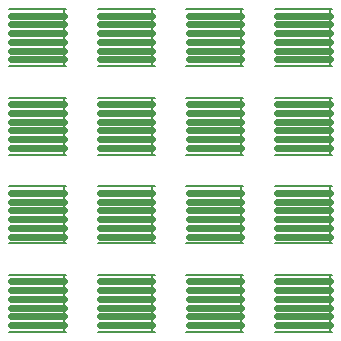
<source format=gbr>
%TF.GenerationSoftware,KiCad,Pcbnew,8.0.8*%
%TF.CreationDate,2025-07-28T08:21:31+12:00*%
%TF.ProjectId,esf8grid,65736638-6772-4696-942e-6b696361645f,rev?*%
%TF.SameCoordinates,Original*%
%TF.FileFunction,Copper,L2,Inr*%
%TF.FilePolarity,Positive*%
%FSLAX46Y46*%
G04 Gerber Fmt 4.6, Leading zero omitted, Abs format (unit mm)*
G04 Created by KiCad (PCBNEW 8.0.8) date 2025-07-28 08:21:31*
%MOMM*%
%LPD*%
G01*
G04 APERTURE LIST*
%TA.AperFunction,Conductor*%
%ADD10C,0.555555*%
%TD*%
%TA.AperFunction,Conductor*%
%ADD11C,0.185185*%
%TD*%
%TA.AperFunction,Conductor*%
%ADD12C,0.200000*%
%TD*%
G04 APERTURE END LIST*
D10*
%TO.N,*%
X133123155Y-72968519D02*
X137567600Y-72968519D01*
X118123155Y-72968519D02*
X122567600Y-72968519D01*
D11*
X110437970Y-62690741D02*
X115252785Y-62690741D01*
D10*
X110623155Y-51209260D02*
X115067600Y-51209260D01*
X110623155Y-72227778D02*
X115067600Y-72227778D01*
D12*
X122567600Y-67505556D02*
X122567600Y-62690741D01*
D10*
X118123155Y-51950000D02*
X122567600Y-51950000D01*
X133123155Y-65468519D02*
X137567600Y-65468519D01*
X110623155Y-70746297D02*
X115067600Y-70746297D01*
X110623155Y-65468519D02*
X115067600Y-65468519D01*
D12*
X115067600Y-52505556D02*
X115067600Y-47690741D01*
D10*
X110623155Y-71487037D02*
X115067600Y-71487037D01*
X125623155Y-63987037D02*
X130067600Y-63987037D01*
X118123155Y-74450000D02*
X122567600Y-74450000D01*
X133123155Y-57968519D02*
X137567600Y-57968519D01*
X133123155Y-63246297D02*
X137567600Y-63246297D01*
D11*
X125437970Y-52505556D02*
X130252785Y-52505556D01*
D10*
X133123155Y-48987037D02*
X137567600Y-48987037D01*
D12*
X137567600Y-75005556D02*
X137567600Y-70190741D01*
D10*
X110623155Y-51209260D02*
X115067600Y-51209260D01*
X133123155Y-72227778D02*
X137567600Y-72227778D01*
X125623155Y-49727778D02*
X130067600Y-49727778D01*
X118123155Y-49727778D02*
X122567600Y-49727778D01*
D11*
X125437970Y-67505556D02*
X130252785Y-67505556D01*
D10*
X133123155Y-49727778D02*
X137567600Y-49727778D01*
X125623155Y-71487037D02*
X130067600Y-71487037D01*
D11*
X110437970Y-70190741D02*
X115252785Y-70190741D01*
D10*
X125623155Y-48987037D02*
X130067600Y-48987037D01*
X118123155Y-66950000D02*
X122567600Y-66950000D01*
X133123155Y-63987037D02*
X137567600Y-63987037D01*
X118123155Y-57227778D02*
X122567600Y-57227778D01*
X133123155Y-51950000D02*
X137567600Y-51950000D01*
D11*
X117937970Y-60005556D02*
X122752785Y-60005556D01*
D12*
X122567600Y-60005556D02*
X122567600Y-55190741D01*
D10*
X133123155Y-51209260D02*
X137567600Y-51209260D01*
X118123155Y-72968519D02*
X122567600Y-72968519D01*
X110623155Y-58709260D02*
X115067600Y-58709260D01*
D12*
X115067600Y-60005556D02*
X115067600Y-55190741D01*
D11*
X110437970Y-52505556D02*
X115252785Y-52505556D01*
D12*
X130067600Y-60005556D02*
X130067600Y-55190741D01*
D10*
X118123155Y-55746297D02*
X122567600Y-55746297D01*
X110623155Y-55746297D02*
X115067600Y-55746297D01*
X133123155Y-64727778D02*
X137567600Y-64727778D01*
D11*
X117937970Y-47690741D02*
X122752785Y-47690741D01*
X132937970Y-70190741D02*
X137752785Y-70190741D01*
D10*
X110623155Y-72227778D02*
X115067600Y-72227778D01*
D11*
X117937970Y-47690741D02*
X122752785Y-47690741D01*
D10*
X110623155Y-63246297D02*
X115067600Y-63246297D01*
D11*
X117937970Y-52505556D02*
X122752785Y-52505556D01*
D10*
X118123155Y-66209260D02*
X122567600Y-66209260D01*
X118123155Y-74450000D02*
X122567600Y-74450000D01*
X118123155Y-55746297D02*
X122567600Y-55746297D01*
X133123155Y-49727778D02*
X137567600Y-49727778D01*
X125623155Y-59450000D02*
X130067600Y-59450000D01*
D12*
X137567600Y-75005556D02*
X137567600Y-70190741D01*
D11*
X132937970Y-60005556D02*
X137752785Y-60005556D01*
D10*
X133123155Y-48246297D02*
X137567600Y-48246297D01*
X118123155Y-50468519D02*
X122567600Y-50468519D01*
X125623155Y-59450000D02*
X130067600Y-59450000D01*
X125623155Y-63987037D02*
X130067600Y-63987037D01*
X110623155Y-64727778D02*
X115067600Y-64727778D01*
X133123155Y-64727778D02*
X137567600Y-64727778D01*
X125623155Y-72968519D02*
X130067600Y-72968519D01*
D11*
X132937970Y-52505556D02*
X137752785Y-52505556D01*
X110437970Y-67505556D02*
X115252785Y-67505556D01*
D12*
X122567600Y-60005556D02*
X122567600Y-55190741D01*
D10*
X125623155Y-72227778D02*
X130067600Y-72227778D01*
X118123155Y-63987037D02*
X122567600Y-63987037D01*
X125623155Y-63246297D02*
X130067600Y-63246297D01*
X125623155Y-72968519D02*
X130067600Y-72968519D01*
X133123155Y-59450000D02*
X137567600Y-59450000D01*
X125623155Y-65468519D02*
X130067600Y-65468519D01*
D12*
X130067600Y-75005556D02*
X130067600Y-70190741D01*
D10*
X125623155Y-49727778D02*
X130067600Y-49727778D01*
X125623155Y-70746297D02*
X130067600Y-70746297D01*
X133123155Y-57227778D02*
X137567600Y-57227778D01*
X125623155Y-66209260D02*
X130067600Y-66209260D01*
D12*
X130067600Y-52505556D02*
X130067600Y-47690741D01*
D11*
X125437970Y-47690741D02*
X130252785Y-47690741D01*
D10*
X118123155Y-58709260D02*
X122567600Y-58709260D01*
X133123155Y-48987037D02*
X137567600Y-48987037D01*
X133123155Y-48987037D02*
X137567600Y-48987037D01*
X110623155Y-57227778D02*
X115067600Y-57227778D01*
X118123155Y-51209260D02*
X122567600Y-51209260D01*
D11*
X125437970Y-62690741D02*
X130252785Y-62690741D01*
X125437970Y-70190741D02*
X130252785Y-70190741D01*
D10*
X125623155Y-55746297D02*
X130067600Y-55746297D01*
X118123155Y-48246297D02*
X122567600Y-48246297D01*
X125623155Y-57227778D02*
X130067600Y-57227778D01*
D11*
X132937970Y-70190741D02*
X137752785Y-70190741D01*
D10*
X125623155Y-48987037D02*
X130067600Y-48987037D01*
X133123155Y-72227778D02*
X137567600Y-72227778D01*
D11*
X117937970Y-52505556D02*
X122752785Y-52505556D01*
D10*
X133123155Y-65468519D02*
X137567600Y-65468519D01*
D11*
X110437970Y-55190741D02*
X115252785Y-55190741D01*
D10*
X118123155Y-72968519D02*
X122567600Y-72968519D01*
X133123155Y-63987037D02*
X137567600Y-63987037D01*
X133123155Y-58709260D02*
X137567600Y-58709260D01*
X118123155Y-51950000D02*
X122567600Y-51950000D01*
X110623155Y-66209260D02*
X115067600Y-66209260D01*
D11*
X117937970Y-70190741D02*
X122752785Y-70190741D01*
X125437970Y-47690741D02*
X130252785Y-47690741D01*
D10*
X133123155Y-58709260D02*
X137567600Y-58709260D01*
X125623155Y-64727778D02*
X130067600Y-64727778D01*
X110623155Y-72227778D02*
X115067600Y-72227778D01*
D12*
X122567600Y-60005556D02*
X122567600Y-55190741D01*
D11*
X125437970Y-67505556D02*
X130252785Y-67505556D01*
D10*
X133123155Y-57968519D02*
X137567600Y-57968519D01*
X110623155Y-56487037D02*
X115067600Y-56487037D01*
D12*
X137567600Y-60005556D02*
X137567600Y-55190741D01*
X130067600Y-60005556D02*
X130067600Y-55190741D01*
D10*
X125623155Y-56487037D02*
X130067600Y-56487037D01*
X133123155Y-71487037D02*
X137567600Y-71487037D01*
X110623155Y-50468519D02*
X115067600Y-50468519D01*
D12*
X115067600Y-67505556D02*
X115067600Y-62690741D01*
D11*
X125437970Y-55190741D02*
X130252785Y-55190741D01*
D10*
X110623155Y-51950000D02*
X115067600Y-51950000D01*
D12*
X130067600Y-52505556D02*
X130067600Y-47690741D01*
D10*
X125623155Y-66209260D02*
X130067600Y-66209260D01*
D11*
X110437970Y-75005556D02*
X115252785Y-75005556D01*
D10*
X118123155Y-72227778D02*
X122567600Y-72227778D01*
D11*
X110437970Y-60005556D02*
X115252785Y-60005556D01*
D10*
X118123155Y-65468519D02*
X122567600Y-65468519D01*
X118123155Y-48987037D02*
X122567600Y-48987037D01*
D12*
X137567600Y-67505556D02*
X137567600Y-62690741D01*
X115067600Y-60005556D02*
X115067600Y-55190741D01*
D11*
X117937970Y-55190741D02*
X122752785Y-55190741D01*
D10*
X133123155Y-63246297D02*
X137567600Y-63246297D01*
X118123155Y-74450000D02*
X122567600Y-74450000D01*
D12*
X115067600Y-60005556D02*
X115067600Y-55190741D01*
D10*
X110623155Y-63987037D02*
X115067600Y-63987037D01*
X125623155Y-48987037D02*
X130067600Y-48987037D01*
D11*
X125437970Y-67505556D02*
X130252785Y-67505556D01*
D10*
X133123155Y-50468519D02*
X137567600Y-50468519D01*
D11*
X110437970Y-75005556D02*
X115252785Y-75005556D01*
D10*
X110623155Y-58709260D02*
X115067600Y-58709260D01*
X125623155Y-50468519D02*
X130067600Y-50468519D01*
D11*
X117937970Y-67505556D02*
X122752785Y-67505556D01*
D10*
X125623155Y-73709260D02*
X130067600Y-73709260D01*
D11*
X132937970Y-62690741D02*
X137752785Y-62690741D01*
D10*
X133123155Y-65468519D02*
X137567600Y-65468519D01*
X118123155Y-51209260D02*
X122567600Y-51209260D01*
D11*
X125437970Y-62690741D02*
X130252785Y-62690741D01*
D10*
X110623155Y-58709260D02*
X115067600Y-58709260D01*
X110623155Y-70746297D02*
X115067600Y-70746297D01*
X118123155Y-66209260D02*
X122567600Y-66209260D01*
X118123155Y-73709260D02*
X122567600Y-73709260D01*
X118123155Y-66950000D02*
X122567600Y-66950000D01*
X125623155Y-51209260D02*
X130067600Y-51209260D01*
X118123155Y-66950000D02*
X122567600Y-66950000D01*
X110623155Y-49727778D02*
X115067600Y-49727778D01*
X133123155Y-74450000D02*
X137567600Y-74450000D01*
X118123155Y-59450000D02*
X122567600Y-59450000D01*
X118123155Y-58709260D02*
X122567600Y-58709260D01*
D11*
X117937970Y-60005556D02*
X122752785Y-60005556D01*
D10*
X133123155Y-59450000D02*
X137567600Y-59450000D01*
X133123155Y-55746297D02*
X137567600Y-55746297D01*
X133123155Y-57968519D02*
X137567600Y-57968519D01*
D12*
X130067600Y-67505556D02*
X130067600Y-62690741D01*
D10*
X110623155Y-66209260D02*
X115067600Y-66209260D01*
X118123155Y-50468519D02*
X122567600Y-50468519D01*
D11*
X132937970Y-47690741D02*
X137752785Y-47690741D01*
D10*
X110623155Y-51950000D02*
X115067600Y-51950000D01*
X110623155Y-50468519D02*
X115067600Y-50468519D01*
X125623155Y-72968519D02*
X130067600Y-72968519D01*
X110623155Y-66950000D02*
X115067600Y-66950000D01*
D11*
X110437970Y-52505556D02*
X115252785Y-52505556D01*
D10*
X110623155Y-59450000D02*
X115067600Y-59450000D01*
X110623155Y-73709260D02*
X115067600Y-73709260D01*
X125623155Y-50468519D02*
X130067600Y-50468519D01*
X125623155Y-51950000D02*
X130067600Y-51950000D01*
X125623155Y-51209260D02*
X130067600Y-51209260D01*
X110623155Y-63987037D02*
X115067600Y-63987037D01*
X110623155Y-48246297D02*
X115067600Y-48246297D01*
X118123155Y-63246297D02*
X122567600Y-63246297D01*
X133123155Y-51209260D02*
X137567600Y-51209260D01*
X133123155Y-73709260D02*
X137567600Y-73709260D01*
D11*
X125437970Y-62690741D02*
X130252785Y-62690741D01*
X117937970Y-55190741D02*
X122752785Y-55190741D01*
D10*
X125623155Y-57968519D02*
X130067600Y-57968519D01*
D12*
X115067600Y-67505556D02*
X115067600Y-62690741D01*
D10*
X125623155Y-48246297D02*
X130067600Y-48246297D01*
X110623155Y-65468519D02*
X115067600Y-65468519D01*
X110623155Y-72968519D02*
X115067600Y-72968519D01*
D11*
X132937970Y-67505556D02*
X137752785Y-67505556D01*
D10*
X125623155Y-73709260D02*
X130067600Y-73709260D01*
D11*
X125437970Y-52505556D02*
X130252785Y-52505556D01*
D12*
X137567600Y-60005556D02*
X137567600Y-55190741D01*
D10*
X110623155Y-49727778D02*
X115067600Y-49727778D01*
X125623155Y-72227778D02*
X130067600Y-72227778D01*
X118123155Y-63246297D02*
X122567600Y-63246297D01*
X118123155Y-57968519D02*
X122567600Y-57968519D01*
D11*
X117937970Y-60005556D02*
X122752785Y-60005556D01*
D10*
X110623155Y-71487037D02*
X115067600Y-71487037D01*
X110623155Y-59450000D02*
X115067600Y-59450000D01*
X118123155Y-57968519D02*
X122567600Y-57968519D01*
D11*
X125437970Y-60005556D02*
X130252785Y-60005556D01*
D10*
X133123155Y-70746297D02*
X137567600Y-70746297D01*
X125623155Y-56487037D02*
X130067600Y-56487037D01*
X110623155Y-56487037D02*
X115067600Y-56487037D01*
X133123155Y-66950000D02*
X137567600Y-66950000D01*
D11*
X132937970Y-67505556D02*
X137752785Y-67505556D01*
X132937970Y-75005556D02*
X137752785Y-75005556D01*
D12*
X122567600Y-52505556D02*
X122567600Y-47690741D01*
D10*
X125623155Y-74450000D02*
X130067600Y-74450000D01*
X110623155Y-66950000D02*
X115067600Y-66950000D01*
X118123155Y-71487037D02*
X122567600Y-71487037D01*
X133123155Y-72227778D02*
X137567600Y-72227778D01*
X133123155Y-70746297D02*
X137567600Y-70746297D01*
X133123155Y-66950000D02*
X137567600Y-66950000D01*
X118123155Y-70746297D02*
X122567600Y-70746297D01*
X125623155Y-57227778D02*
X130067600Y-57227778D01*
D11*
X125437970Y-70190741D02*
X130252785Y-70190741D01*
D12*
X115067600Y-52505556D02*
X115067600Y-47690741D01*
D10*
X133123155Y-57227778D02*
X137567600Y-57227778D01*
X125623155Y-64727778D02*
X130067600Y-64727778D01*
X118123155Y-50468519D02*
X122567600Y-50468519D01*
X118123155Y-48246297D02*
X122567600Y-48246297D01*
X118123155Y-48987037D02*
X122567600Y-48987037D01*
X110623155Y-73709260D02*
X115067600Y-73709260D01*
D12*
X130067600Y-75005556D02*
X130067600Y-70190741D01*
D10*
X125623155Y-66209260D02*
X130067600Y-66209260D01*
X125623155Y-48246297D02*
X130067600Y-48246297D01*
X110623155Y-57968519D02*
X115067600Y-57968519D01*
X118123155Y-57227778D02*
X122567600Y-57227778D01*
X125623155Y-66950000D02*
X130067600Y-66950000D01*
D12*
X122567600Y-52505556D02*
X122567600Y-47690741D01*
D10*
X118123155Y-59450000D02*
X122567600Y-59450000D01*
D11*
X117937970Y-75005556D02*
X122752785Y-75005556D01*
X132937970Y-55190741D02*
X137752785Y-55190741D01*
D10*
X125623155Y-63246297D02*
X130067600Y-63246297D01*
D11*
X125437970Y-75005556D02*
X130252785Y-75005556D01*
D10*
X118123155Y-66209260D02*
X122567600Y-66209260D01*
X133123155Y-58709260D02*
X137567600Y-58709260D01*
X118123155Y-71487037D02*
X122567600Y-71487037D01*
X110623155Y-72968519D02*
X115067600Y-72968519D01*
D11*
X125437970Y-75005556D02*
X130252785Y-75005556D01*
D10*
X110623155Y-65468519D02*
X115067600Y-65468519D01*
D11*
X117937970Y-47690741D02*
X122752785Y-47690741D01*
D10*
X118123155Y-56487037D02*
X122567600Y-56487037D01*
D12*
X122567600Y-75005556D02*
X122567600Y-70190741D01*
D11*
X132937970Y-47690741D02*
X137752785Y-47690741D01*
D10*
X110623155Y-63987037D02*
X115067600Y-63987037D01*
X118123155Y-73709260D02*
X122567600Y-73709260D01*
D11*
X110437970Y-47690741D02*
X115252785Y-47690741D01*
D10*
X110623155Y-63246297D02*
X115067600Y-63246297D01*
X133123155Y-63246297D02*
X137567600Y-63246297D01*
X118123155Y-64727778D02*
X122567600Y-64727778D01*
X133123155Y-50468519D02*
X137567600Y-50468519D01*
X125623155Y-58709260D02*
X130067600Y-58709260D01*
X125623155Y-65468519D02*
X130067600Y-65468519D01*
X133123155Y-48246297D02*
X137567600Y-48246297D01*
D12*
X137567600Y-60005556D02*
X137567600Y-55190741D01*
D10*
X118123155Y-73709260D02*
X122567600Y-73709260D01*
X133123155Y-55746297D02*
X137567600Y-55746297D01*
D12*
X115067600Y-52505556D02*
X115067600Y-47690741D01*
D10*
X133123155Y-56487037D02*
X137567600Y-56487037D01*
D11*
X110437970Y-47690741D02*
X115252785Y-47690741D01*
D10*
X110623155Y-64727778D02*
X115067600Y-64727778D01*
X110623155Y-57968519D02*
X115067600Y-57968519D01*
D11*
X117937970Y-70190741D02*
X122752785Y-70190741D01*
D12*
X122567600Y-67505556D02*
X122567600Y-62690741D01*
D11*
X110437970Y-62690741D02*
X115252785Y-62690741D01*
D10*
X110623155Y-48987037D02*
X115067600Y-48987037D01*
X110623155Y-51209260D02*
X115067600Y-51209260D01*
D11*
X110437970Y-70190741D02*
X115252785Y-70190741D01*
D10*
X110623155Y-73709260D02*
X115067600Y-73709260D01*
X133123155Y-50468519D02*
X137567600Y-50468519D01*
X118123155Y-49727778D02*
X122567600Y-49727778D01*
D11*
X125437970Y-52505556D02*
X130252785Y-52505556D01*
D10*
X118123155Y-58709260D02*
X122567600Y-58709260D01*
X110623155Y-57968519D02*
X115067600Y-57968519D01*
X133123155Y-66950000D02*
X137567600Y-66950000D01*
X110623155Y-71487037D02*
X115067600Y-71487037D01*
X133123155Y-49727778D02*
X137567600Y-49727778D01*
X125623155Y-72227778D02*
X130067600Y-72227778D01*
D11*
X132937970Y-55190741D02*
X137752785Y-55190741D01*
D12*
X115067600Y-75005556D02*
X115067600Y-70190741D01*
D10*
X125623155Y-58709260D02*
X130067600Y-58709260D01*
D11*
X117937970Y-75005556D02*
X122752785Y-75005556D01*
D10*
X125623155Y-50468519D02*
X130067600Y-50468519D01*
X133123155Y-48246297D02*
X137567600Y-48246297D01*
D11*
X132937970Y-75005556D02*
X137752785Y-75005556D01*
D10*
X125623155Y-74450000D02*
X130067600Y-74450000D01*
D11*
X125437970Y-55190741D02*
X130252785Y-55190741D01*
D12*
X137567600Y-52505556D02*
X137567600Y-47690741D01*
D10*
X110623155Y-57227778D02*
X115067600Y-57227778D01*
X110623155Y-56487037D02*
X115067600Y-56487037D01*
X118123155Y-57227778D02*
X122567600Y-57227778D01*
X133123155Y-56487037D02*
X137567600Y-56487037D01*
X125623155Y-55746297D02*
X130067600Y-55746297D01*
X118123155Y-51950000D02*
X122567600Y-51950000D01*
D11*
X110437970Y-55190741D02*
X115252785Y-55190741D01*
D10*
X133123155Y-74450000D02*
X137567600Y-74450000D01*
D11*
X132937970Y-60005556D02*
X137752785Y-60005556D01*
D10*
X133123155Y-74450000D02*
X137567600Y-74450000D01*
X125623155Y-51209260D02*
X130067600Y-51209260D01*
X125623155Y-66950000D02*
X130067600Y-66950000D01*
D11*
X110437970Y-62690741D02*
X115252785Y-62690741D01*
D10*
X133123155Y-73709260D02*
X137567600Y-73709260D01*
X110623155Y-66209260D02*
X115067600Y-66209260D01*
X118123155Y-65468519D02*
X122567600Y-65468519D01*
D11*
X110437970Y-70190741D02*
X115252785Y-70190741D01*
D10*
X110623155Y-74450000D02*
X115067600Y-74450000D01*
X133123155Y-66209260D02*
X137567600Y-66209260D01*
D12*
X130067600Y-60005556D02*
X130067600Y-55190741D01*
D10*
X118123155Y-63987037D02*
X122567600Y-63987037D01*
X133123155Y-51209260D02*
X137567600Y-51209260D01*
X110623155Y-70746297D02*
X115067600Y-70746297D01*
D12*
X137567600Y-67505556D02*
X137567600Y-62690741D01*
D10*
X110623155Y-63246297D02*
X115067600Y-63246297D01*
D11*
X132937970Y-60005556D02*
X137752785Y-60005556D01*
X110437970Y-52505556D02*
X115252785Y-52505556D01*
D10*
X118123155Y-56487037D02*
X122567600Y-56487037D01*
X110623155Y-72968519D02*
X115067600Y-72968519D01*
X125623155Y-51950000D02*
X130067600Y-51950000D01*
D11*
X132937970Y-52505556D02*
X137752785Y-52505556D01*
D10*
X133123155Y-57227778D02*
X137567600Y-57227778D01*
X125623155Y-64727778D02*
X130067600Y-64727778D01*
D11*
X125437970Y-60005556D02*
X130252785Y-60005556D01*
D10*
X125623155Y-73709260D02*
X130067600Y-73709260D01*
X133123155Y-55746297D02*
X137567600Y-55746297D01*
D12*
X122567600Y-75005556D02*
X122567600Y-70190741D01*
D10*
X118123155Y-70746297D02*
X122567600Y-70746297D01*
X133123155Y-64727778D02*
X137567600Y-64727778D01*
X125623155Y-70746297D02*
X130067600Y-70746297D01*
X110623155Y-48987037D02*
X115067600Y-48987037D01*
X118123155Y-72227778D02*
X122567600Y-72227778D01*
X110623155Y-66950000D02*
X115067600Y-66950000D01*
D12*
X130067600Y-67505556D02*
X130067600Y-62690741D01*
D10*
X133123155Y-71487037D02*
X137567600Y-71487037D01*
X133123155Y-72968519D02*
X137567600Y-72968519D01*
D11*
X117937970Y-62690741D02*
X122752785Y-62690741D01*
D10*
X110623155Y-74450000D02*
X115067600Y-74450000D01*
X133123155Y-56487037D02*
X137567600Y-56487037D01*
X125623155Y-71487037D02*
X130067600Y-71487037D01*
X125623155Y-74450000D02*
X130067600Y-74450000D01*
X110623155Y-55746297D02*
X115067600Y-55746297D01*
X118123155Y-48246297D02*
X122567600Y-48246297D01*
D11*
X110437970Y-75005556D02*
X115252785Y-75005556D01*
D10*
X110623155Y-74450000D02*
X115067600Y-74450000D01*
X118123155Y-65468519D02*
X122567600Y-65468519D01*
D11*
X132937970Y-47690741D02*
X137752785Y-47690741D01*
D10*
X133123155Y-51950000D02*
X137567600Y-51950000D01*
X118123155Y-49727778D02*
X122567600Y-49727778D01*
X133123155Y-71487037D02*
X137567600Y-71487037D01*
X118123155Y-51209260D02*
X122567600Y-51209260D01*
D11*
X110437970Y-67505556D02*
X115252785Y-67505556D01*
D10*
X118123155Y-55746297D02*
X122567600Y-55746297D01*
D11*
X110437970Y-67505556D02*
X115252785Y-67505556D01*
X117937970Y-67505556D02*
X122752785Y-67505556D01*
D10*
X110623155Y-57227778D02*
X115067600Y-57227778D01*
D11*
X110437970Y-55190741D02*
X115252785Y-55190741D01*
D10*
X118123155Y-59450000D02*
X122567600Y-59450000D01*
X133123155Y-66209260D02*
X137567600Y-66209260D01*
D11*
X117937970Y-62690741D02*
X122752785Y-62690741D01*
D10*
X118123155Y-71487037D02*
X122567600Y-71487037D01*
X110623155Y-48246297D02*
X115067600Y-48246297D01*
D11*
X132937970Y-62690741D02*
X137752785Y-62690741D01*
D10*
X125623155Y-65468519D02*
X130067600Y-65468519D01*
X133123155Y-70746297D02*
X137567600Y-70746297D01*
X110623155Y-48246297D02*
X115067600Y-48246297D01*
X125623155Y-55746297D02*
X130067600Y-55746297D01*
X125623155Y-58709260D02*
X130067600Y-58709260D01*
D12*
X130067600Y-67505556D02*
X130067600Y-62690741D01*
D11*
X117937970Y-70190741D02*
X122752785Y-70190741D01*
X125437970Y-70190741D02*
X130252785Y-70190741D01*
D12*
X115067600Y-75005556D02*
X115067600Y-70190741D01*
D10*
X125623155Y-57968519D02*
X130067600Y-57968519D01*
D11*
X132937970Y-62690741D02*
X137752785Y-62690741D01*
X117937970Y-62690741D02*
X122752785Y-62690741D01*
D10*
X110623155Y-50468519D02*
X115067600Y-50468519D01*
D12*
X130067600Y-75005556D02*
X130067600Y-70190741D01*
D10*
X110623155Y-55746297D02*
X115067600Y-55746297D01*
X125623155Y-49727778D02*
X130067600Y-49727778D01*
D12*
X137567600Y-67505556D02*
X137567600Y-62690741D01*
X137567600Y-52505556D02*
X137567600Y-47690741D01*
D10*
X133123155Y-63987037D02*
X137567600Y-63987037D01*
D11*
X110437970Y-60005556D02*
X115252785Y-60005556D01*
D12*
X130067600Y-52505556D02*
X130067600Y-47690741D01*
D10*
X125623155Y-51950000D02*
X130067600Y-51950000D01*
D11*
X132937970Y-52505556D02*
X137752785Y-52505556D01*
X117937970Y-75005556D02*
X122752785Y-75005556D01*
D10*
X118123155Y-48987037D02*
X122567600Y-48987037D01*
X118123155Y-56487037D02*
X122567600Y-56487037D01*
X125623155Y-71487037D02*
X130067600Y-71487037D01*
D11*
X125437970Y-55190741D02*
X130252785Y-55190741D01*
D12*
X115067600Y-67505556D02*
X115067600Y-62690741D01*
D10*
X118123155Y-64727778D02*
X122567600Y-64727778D01*
X125623155Y-66950000D02*
X130067600Y-66950000D01*
X110623155Y-59450000D02*
X115067600Y-59450000D01*
X110623155Y-64727778D02*
X115067600Y-64727778D01*
D12*
X137567600Y-75005556D02*
X137567600Y-70190741D01*
D10*
X118123155Y-72227778D02*
X122567600Y-72227778D01*
X133123155Y-66209260D02*
X137567600Y-66209260D01*
X133123155Y-59450000D02*
X137567600Y-59450000D01*
D12*
X115067600Y-75005556D02*
X115067600Y-70190741D01*
D11*
X132937970Y-70190741D02*
X137752785Y-70190741D01*
X125437970Y-60005556D02*
X130252785Y-60005556D01*
D10*
X133123155Y-73709260D02*
X137567600Y-73709260D01*
D11*
X110437970Y-60005556D02*
X115252785Y-60005556D01*
X117937970Y-55190741D02*
X122752785Y-55190741D01*
D10*
X125623155Y-63987037D02*
X130067600Y-63987037D01*
X125623155Y-70746297D02*
X130067600Y-70746297D01*
D11*
X117937970Y-67505556D02*
X122752785Y-67505556D01*
D10*
X110623155Y-49727778D02*
X115067600Y-49727778D01*
D12*
X137567600Y-52505556D02*
X137567600Y-47690741D01*
D10*
X125623155Y-48246297D02*
X130067600Y-48246297D01*
X125623155Y-59450000D02*
X130067600Y-59450000D01*
X125623155Y-57968519D02*
X130067600Y-57968519D01*
X118123155Y-63246297D02*
X122567600Y-63246297D01*
D12*
X122567600Y-67505556D02*
X122567600Y-62690741D01*
D10*
X125623155Y-57227778D02*
X130067600Y-57227778D01*
D12*
X122567600Y-75005556D02*
X122567600Y-70190741D01*
D10*
X118123155Y-64727778D02*
X122567600Y-64727778D01*
D11*
X132937970Y-67505556D02*
X137752785Y-67505556D01*
D10*
X118123155Y-70746297D02*
X122567600Y-70746297D01*
X118123155Y-57968519D02*
X122567600Y-57968519D01*
D11*
X125437970Y-75005556D02*
X130252785Y-75005556D01*
X132937970Y-55190741D02*
X137752785Y-55190741D01*
D10*
X125623155Y-56487037D02*
X130067600Y-56487037D01*
X110623155Y-51950000D02*
X115067600Y-51950000D01*
X118123155Y-63987037D02*
X122567600Y-63987037D01*
D11*
X110437970Y-47690741D02*
X115252785Y-47690741D01*
X117937970Y-52505556D02*
X122752785Y-52505556D01*
D10*
X133123155Y-72968519D02*
X137567600Y-72968519D01*
D12*
X122567600Y-52505556D02*
X122567600Y-47690741D01*
D11*
X125437970Y-47690741D02*
X130252785Y-47690741D01*
D10*
X133123155Y-51950000D02*
X137567600Y-51950000D01*
D11*
X132937970Y-75005556D02*
X137752785Y-75005556D01*
D10*
X125623155Y-63246297D02*
X130067600Y-63246297D01*
X110623155Y-48987037D02*
X115067600Y-48987037D01*
%TD*%
M02*

</source>
